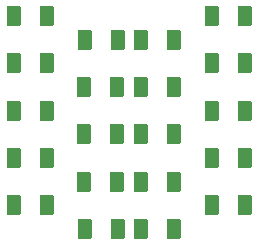
<source format=gbr>
%TF.GenerationSoftware,KiCad,Pcbnew,8.0.3*%
%TF.CreationDate,2024-07-13T00:09:23+02:00*%
%TF.ProjectId,Led Nixie,4c656420-4e69-4786-9965-2e6b69636164,rev?*%
%TF.SameCoordinates,Original*%
%TF.FileFunction,Paste,Top*%
%TF.FilePolarity,Positive*%
%FSLAX46Y46*%
G04 Gerber Fmt 4.6, Leading zero omitted, Abs format (unit mm)*
G04 Created by KiCad (PCBNEW 8.0.3) date 2024-07-13 00:09:23*
%MOMM*%
%LPD*%
G01*
G04 APERTURE LIST*
G04 Aperture macros list*
%AMRoundRect*
0 Rectangle with rounded corners*
0 $1 Rounding radius*
0 $2 $3 $4 $5 $6 $7 $8 $9 X,Y pos of 4 corners*
0 Add a 4 corners polygon primitive as box body*
4,1,4,$2,$3,$4,$5,$6,$7,$8,$9,$2,$3,0*
0 Add four circle primitives for the rounded corners*
1,1,$1+$1,$2,$3*
1,1,$1+$1,$4,$5*
1,1,$1+$1,$6,$7*
1,1,$1+$1,$8,$9*
0 Add four rect primitives between the rounded corners*
20,1,$1+$1,$2,$3,$4,$5,0*
20,1,$1+$1,$4,$5,$6,$7,0*
20,1,$1+$1,$6,$7,$8,$9,0*
20,1,$1+$1,$8,$9,$2,$3,0*%
G04 Aperture macros list end*
%ADD10RoundRect,0.250000X-0.375000X-0.625000X0.375000X-0.625000X0.375000X0.625000X-0.375000X0.625000X0*%
G04 APERTURE END LIST*
D10*
%TO.C,D20*%
X96250000Y-49000000D03*
X99050000Y-49000000D03*
%TD*%
%TO.C,D19*%
X100950000Y-49000000D03*
X103750000Y-49000000D03*
%TD*%
%TO.C,D18*%
X90200000Y-47000000D03*
X93000000Y-47000000D03*
%TD*%
%TO.C,D17*%
X107000000Y-47000000D03*
X109800000Y-47000000D03*
%TD*%
%TO.C,D16*%
X96200000Y-45000000D03*
X99000000Y-45000000D03*
%TD*%
%TO.C,D15*%
X100950000Y-45000000D03*
X103750000Y-45000000D03*
%TD*%
%TO.C,D14*%
X90200000Y-43000000D03*
X93000000Y-43000000D03*
%TD*%
%TO.C,D13*%
X107000000Y-43000000D03*
X109800000Y-43000000D03*
%TD*%
%TO.C,D12*%
X96200000Y-41000000D03*
X99000000Y-41000000D03*
%TD*%
%TO.C,D11*%
X100950000Y-41000000D03*
X103750000Y-41000000D03*
%TD*%
%TO.C,D10*%
X90200000Y-39000000D03*
X93000000Y-39000000D03*
%TD*%
%TO.C,D9*%
X107000000Y-39000000D03*
X109800000Y-39000000D03*
%TD*%
%TO.C,D8*%
X96200000Y-37000000D03*
X99000000Y-37000000D03*
%TD*%
%TO.C,D7*%
X100950000Y-37000000D03*
X103750000Y-37000000D03*
%TD*%
%TO.C,D6*%
X90200000Y-35000000D03*
X93000000Y-35000000D03*
%TD*%
%TO.C,D5*%
X107000000Y-35000000D03*
X109800000Y-35000000D03*
%TD*%
%TO.C,D4*%
X96250000Y-33000000D03*
X99050000Y-33000000D03*
%TD*%
%TO.C,D3*%
X100950000Y-33000000D03*
X103750000Y-33000000D03*
%TD*%
%TO.C,D2*%
X90200000Y-31000000D03*
X93000000Y-31000000D03*
%TD*%
%TO.C,D1*%
X107000000Y-31000000D03*
X109800000Y-31000000D03*
%TD*%
M02*

</source>
